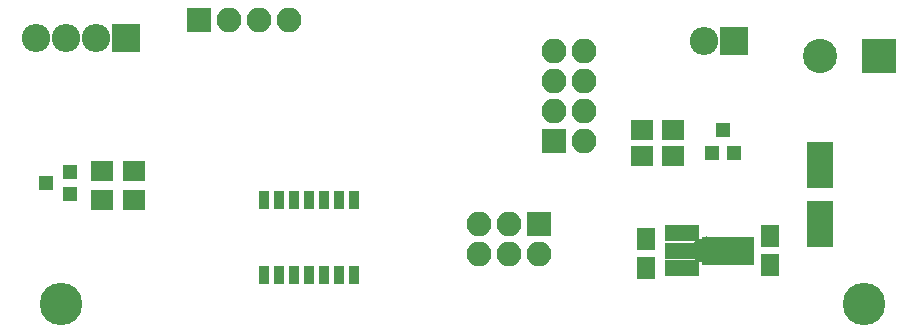
<source format=gbr>
G04 #@! TF.FileFunction,Soldermask,Top*
%FSLAX46Y46*%
G04 Gerber Fmt 4.6, Leading zero omitted, Abs format (unit mm)*
G04 Created by KiCad (PCBNEW 4.0.6-e0-6349~53~ubuntu16.04.1) date Tue Jun 20 20:26:24 2017*
%MOMM*%
%LPD*%
G01*
G04 APERTURE LIST*
%ADD10C,0.100000*%
%ADD11R,2.100000X2.100000*%
%ADD12O,2.100000X2.100000*%
%ADD13O,2.398980X2.398980*%
%ADD14R,2.398980X2.398980*%
%ADD15R,1.650000X1.900000*%
%ADD16R,1.200000X1.300000*%
%ADD17R,1.300000X1.200000*%
%ADD18R,1.900000X1.700000*%
%ADD19R,2.900000X1.400000*%
%ADD20R,4.400000X2.400000*%
%ADD21R,2.200000X3.900000*%
%ADD22R,2.900000X2.900000*%
%ADD23C,2.900000*%
%ADD24R,0.908000X1.543000*%
%ADD25C,3.600000*%
G04 APERTURE END LIST*
D10*
D11*
X98750000Y-81250000D03*
D12*
X98750000Y-78710000D03*
X98750000Y-76170000D03*
X98750000Y-73630000D03*
X101290000Y-81250000D03*
X101290000Y-78710000D03*
X101290000Y-76170000D03*
X101290000Y-73630000D03*
D13*
X111460000Y-72750000D03*
D14*
X114000000Y-72750000D03*
D15*
X117000000Y-91750000D03*
X117000000Y-89250000D03*
X106500000Y-92000000D03*
X106500000Y-89500000D03*
D11*
X97500000Y-88210000D03*
D12*
X97500000Y-90750000D03*
X94960000Y-88210000D03*
X94960000Y-90750000D03*
X92420000Y-88210000D03*
X92420000Y-90750000D03*
D11*
X68670000Y-71000000D03*
D12*
X71210000Y-71000000D03*
X73750000Y-71000000D03*
X76290000Y-71000000D03*
D16*
X112100000Y-82250000D03*
X114000000Y-82250000D03*
X113050000Y-80250000D03*
D17*
X57750000Y-85700000D03*
X57750000Y-83800000D03*
X55750000Y-84750000D03*
D18*
X108850000Y-82500000D03*
X106150000Y-82500000D03*
X60500000Y-83750000D03*
X63200000Y-83750000D03*
X108850000Y-80250000D03*
X106150000Y-80250000D03*
X60500000Y-86250000D03*
X63200000Y-86250000D03*
D19*
X109540000Y-89000000D03*
X109540000Y-90500000D03*
X109540000Y-92000000D03*
D20*
X113500000Y-90500000D03*
D10*
G36*
X111725000Y-91700000D02*
X110575000Y-91200000D01*
X110575000Y-89800000D01*
X111725000Y-89300000D01*
X111725000Y-91700000D01*
X111725000Y-91700000D01*
G37*
D21*
X121250000Y-88250000D03*
X121250000Y-83250000D03*
D22*
X126250000Y-74000000D03*
D23*
X121250000Y-74000000D03*
D13*
X54880000Y-72500000D03*
D14*
X62500000Y-72500000D03*
D13*
X59960000Y-72500000D03*
X57420000Y-72500000D03*
D24*
X74190000Y-92552000D03*
X75460000Y-92552000D03*
X76730000Y-92552000D03*
X78000000Y-92552000D03*
X79270000Y-92552000D03*
X80540000Y-92552000D03*
X81810000Y-92552000D03*
X81810000Y-86202000D03*
X80540000Y-86202000D03*
X78000000Y-86202000D03*
X76730000Y-86202000D03*
X75460000Y-86202000D03*
X74190000Y-86202000D03*
X79270000Y-86202000D03*
D25*
X57000000Y-95000000D03*
X125000000Y-95000000D03*
M02*

</source>
